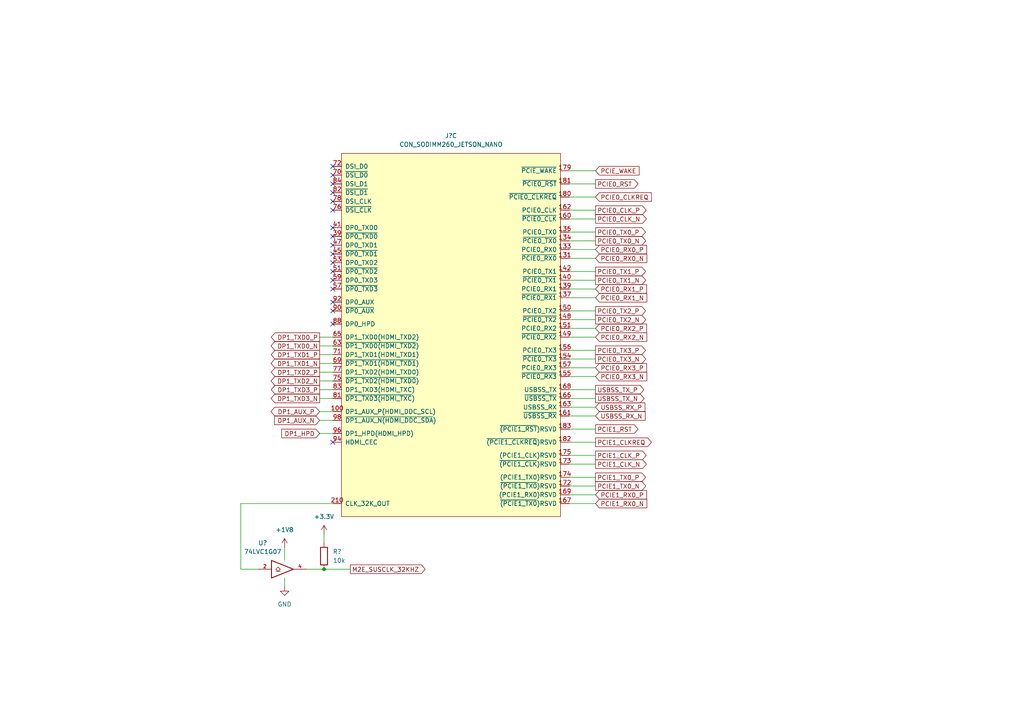
<source format=kicad_sch>
(kicad_sch (version 20211123) (generator eeschema)
  (paper "A4")
  (lib_symbols
    (symbol "74xGxx:74LVC1G07" (pin_names (offset 1.016))
      (property "Reference" "U" (at -2.54 3.81 0))
      (property "Value" "74LVC1G07" (at 0 -3.81 0))
      (symbol "74LVC1G07_0_1"
        (polyline (pts (xy -2.54 -0.635) (xy -1.27 -0.635)))
        (polyline (pts (xy -3.81 2.54) (xy -3.81 -2.54) (xy 2.54 0) (xy -3.81 2.54)) (stroke (width 0.254)))
        (polyline (pts (xy -1.905 0.635) (xy -2.54 0) (xy -1.905 -0.635) (xy -1.27 0) (xy -1.905 0.635)))
      )
      (symbol "74LVC1G07_1_1"
        (pin input line (at -7.62 0 0) (length 3.81) (name "~") (number "2"))
        (pin power_in line (at 0 -2.54 270) (length 0) hide (name "GND") (number "3"))
        (pin open_collector line (at 6.35 0 180) (length 3.81) (name "~") (number "4"))
        (pin power_in line (at 0 2.54 90) (length 0) hide (name "VCC") (number "5"))
      )
    )
    (symbol "Device:R" (pin_numbers hide) (pin_names (offset 0))
      (property "Reference" "R" (at 2.032 0 90))
      (property "Value" "R" (at 0 0 90))
      (symbol "R_0_1"
        (rectangle (start -1.016 -2.54) (end 1.016 2.54) (stroke (width 0.254)))
      )
      (symbol "R_1_1"
        (pin passive line (at 0 3.81 270) (length 1.27) (name "~") (number "1"))
        (pin passive line (at 0 -3.81 90) (length 1.27) (name "~") (number "2"))
      )
    )
    (symbol "SODIMM_Connector:CON_SODIMM260_JETSON_NANO" (pin_names (offset 1.016))
      (property "Reference" "J" (at 0 59.69 0))
      (property "Value" "CON_SODIMM260_JETSON_NANO" (at 0 55.88 0))
      (symbol "CON_SODIMM260_JETSON_NANO_1_1"
        (rectangle (start -20.32 73.66) (end 20.32 -76.2) (fill (type background)))
        (pin power_in line (at -22.86 41.91 0) (length 2.54) (name "GND") (number "1"))
        (pin input line (at 22.86 44.45 180) (length 2.54) (name "UART0_RXD") (number "101"))
        (pin input line (at 22.86 39.37 180) (length 2.54) (name "~{UART0_CTS}") (number "101"))
        (pin power_in line (at -22.86 -34.29 0) (length 2.54) (name "GND") (number "102"))
        (pin power_in line (at -22.86 -36.83 0) (length 2.54) (name "GND") (number "107"))
        (pin power_in line (at -22.86 -39.37 0) (length 2.54) (name "GND") (number "113"))
        (pin power_in line (at -22.86 -41.91 0) (length 2.54) (name "GND") (number "119"))
        (pin power_in line (at -22.86 -44.45 0) (length 2.54) (name "GND") (number "125"))
        (pin power_in line (at -22.86 -46.99 0) (length 2.54) (name "GND") (number "129"))
        (pin power_in line (at -22.86 31.75 0) (length 2.54) (name "GND") (number "13"))
        (pin power_in line (at -22.86 -49.53 0) (length 2.54) (name "GND") (number "132"))
        (pin power_in line (at -22.86 -52.07 0) (length 2.54) (name "GND") (number "135"))
        (pin power_in line (at -22.86 -54.61 0) (length 2.54) (name "GND") (number "138"))
        (pin power_in line (at -22.86 29.21 0) (length 2.54) (name "GND") (number "14"))
        (pin power_in line (at -22.86 -57.15 0) (length 2.54) (name "GND") (number "141"))
        (pin input line (at 22.86 12.7 180) (length 2.54) (name "(CAN_RX)_RSVD") (number "143"))
        (pin power_in line (at -22.86 -59.69 0) (length 2.54) (name "GND") (number "144"))
        (pin output line (at 22.86 10.16 180) (length 2.54) (name "(CAN_TX)_RSVD") (number "145"))
        (pin power_in line (at -22.86 -62.23 0) (length 2.54) (name "GND") (number "146"))
        (pin power_in line (at -22.86 -64.77 0) (length 2.54) (name "GND") (number "147"))
        (pin power_in line (at -22.86 -67.31 0) (length 2.54) (name "GND") (number "152"))
        (pin power_in line (at -22.86 -69.85 0) (length 2.54) (name "GND") (number "153"))
        (pin power_in line (at -22.86 -72.39 0) (length 2.54) (name "GND") (number "158"))
        (pin power_in line (at 22.86 -16.51 180) (length 2.54) (name "GND") (number "159"))
        (pin power_in line (at 22.86 -19.05 180) (length 2.54) (name "GND") (number "164"))
        (pin power_in line (at 22.86 -21.59 180) (length 2.54) (name "GND") (number "165"))
        (pin power_in line (at 22.86 -24.13 180) (length 2.54) (name "GND") (number "170"))
        (pin power_in line (at 22.86 -26.67 180) (length 2.54) (name "GND") (number "171"))
        (pin power_in line (at 22.86 -29.21 180) (length 2.54) (name "GND") (number "176"))
        (pin power_in line (at 22.86 -31.75 180) (length 2.54) (name "GND") (number "177"))
        (pin output line (at 22.86 5.08 180) (length 2.54) (name "~{MOD_SLEEP}") (number "178"))
        (pin bidirectional line (at 22.86 69.85 180) (length 2.54) (name "I2C0_SCL") (number "185"))
        (pin bidirectional line (at 22.86 67.31 180) (length 2.54) (name "I2C0_SDA") (number "187"))
        (pin bidirectional line (at 22.86 62.23 180) (length 2.54) (name "I2C1_SCL") (number "189"))
        (pin power_in line (at -22.86 26.67 0) (length 2.54) (name "GND") (number "19"))
        (pin bidirectional line (at 22.86 59.69 180) (length 2.54) (name "I2C1_SDA") (number "191"))
        (pin power_in line (at -22.86 39.37 0) (length 2.54) (name "GND") (number "2"))
        (pin power_in line (at -22.86 24.13 0) (length 2.54) (name "GND") (number "20"))
        (pin power_in line (at 22.86 -34.29 180) (length 2.54) (name "GND") (number "200"))
        (pin power_in line (at 22.86 -36.83 180) (length 2.54) (name "GND") (number "201"))
        (pin output line (at 22.86 34.29 180) (length 2.54) (name "UART1_TXD") (number "203"))
        (pin input line (at 22.86 31.75 180) (length 2.54) (name "UART1_RXD") (number "205"))
        (pin output line (at 22.86 29.21 180) (length 2.54) (name "~{UART1_RTS}") (number "207"))
        (pin input line (at 22.86 26.67 180) (length 2.54) (name "~{UART1_CTS}") (number "209"))
        (pin input line (at 22.86 -7.62 180) (length 2.54) (name "~{FORCE_RECOVERY}") (number "214"))
        (pin power_in line (at 22.86 -39.37 180) (length 2.54) (name "GND") (number "217"))
        (pin power_in line (at 22.86 -41.91 180) (length 2.54) (name "GND") (number "231"))
        (pin bidirectional line (at 22.86 54.61 180) (length 2.54) (name "I2C2_SCL") (number "232"))
        (pin output line (at 22.86 0 180) (length 2.54) (name "~{SHUTDOWN_REQ}") (number "233"))
        (pin bidirectional line (at 22.86 52.07 180) (length 2.54) (name "I2C2_SDA") (number "234"))
        (pin input line (at 22.86 -2.54 180) (length 2.54) (name "PMIC_BBAT") (number "235"))
        (pin output line (at 22.86 21.59 180) (length 2.54) (name "(DEBUG)_UART2_TXD") (number "236"))
        (pin input line (at 22.86 2.54 180) (length 2.54) (name "POWER_EN") (number "237"))
        (pin input line (at 22.86 19.05 180) (length 2.54) (name "(DEBUG)_UART2_RXD") (number "238"))
        (pin bidirectional line (at 22.86 -5.08 180) (length 2.54) (name "~{SYS_RESET}") (number "239"))
        (pin input line (at 22.86 -10.16 180) (length 2.54) (name "~{SLEEP/WAKE}") (number "240"))
        (pin power_in line (at 22.86 -44.45 180) (length 2.54) (name "GND") (number "241"))
        (pin power_in line (at 22.86 -46.99 180) (length 2.54) (name "GND") (number "242"))
        (pin power_in line (at 22.86 -49.53 180) (length 2.54) (name "GND") (number "243"))
        (pin power_in line (at 22.86 -52.07 180) (length 2.54) (name "GND") (number "244"))
        (pin power_in line (at 22.86 -54.61 180) (length 2.54) (name "GND") (number "245"))
        (pin power_in line (at 22.86 -57.15 180) (length 2.54) (name "GND") (number "246"))
        (pin power_in line (at 22.86 -59.69 180) (length 2.54) (name "GND") (number "247"))
        (pin power_in line (at 22.86 -62.23 180) (length 2.54) (name "GND") (number "248"))
        (pin power_in line (at 22.86 -64.77 180) (length 2.54) (name "GND") (number "249"))
        (pin power_in line (at -22.86 21.59 0) (length 2.54) (name "GND") (number "25"))
        (pin power_in line (at 22.86 -67.31 180) (length 2.54) (name "GND") (number "250"))
        (pin power_in line (at -22.86 69.85 0) (length 2.54) (name "VDD_IN") (number "251"))
        (pin power_in line (at -22.86 67.31 0) (length 2.54) (name "VDD_IN") (number "252"))
        (pin power_in line (at -22.86 64.77 0) (length 2.54) (name "VDD_IN") (number "253"))
        (pin power_in line (at -22.86 62.23 0) (length 2.54) (name "VDD_IN") (number "254"))
        (pin power_in line (at -22.86 59.69 0) (length 2.54) (name "VDD_IN") (number "255"))
        (pin power_in line (at -22.86 57.15 0) (length 2.54) (name "VDD_IN") (number "256"))
        (pin power_in line (at -22.86 54.61 0) (length 2.54) (name "VDD_IN") (number "257"))
        (pin power_in line (at -22.86 52.07 0) (length 2.54) (name "VDD_IN") (number "258"))
        (pin power_in line (at -22.86 49.53 0) (length 2.54) (name "VDD_IN") (number "259"))
        (pin power_in line (at -22.86 19.05 0) (length 2.54) (name "GND") (number "26"))
        (pin power_in line (at -22.86 46.99 0) (length 2.54) (name "VDD_IN") (number "260"))
        (pin power_in line (at 22.86 -69.85 180) (length 2.54) (name "GND") (number "261"))
        (pin power_in line (at 22.86 -72.39 180) (length 2.54) (name "GND") (number "262"))
        (pin power_in line (at -22.86 16.51 0) (length 2.54) (name "GND") (number "31"))
        (pin power_in line (at -22.86 13.97 0) (length 2.54) (name "GND") (number "32"))
        (pin power_in line (at -22.86 11.43 0) (length 2.54) (name "GND") (number "37"))
        (pin power_in line (at -22.86 8.89 0) (length 2.54) (name "GND") (number "38"))
        (pin power_in line (at -22.86 6.35 0) (length 2.54) (name "GND") (number "43"))
        (pin power_in line (at -22.86 3.81 0) (length 2.54) (name "GND") (number "44"))
        (pin power_in line (at -22.86 1.27 0) (length 2.54) (name "GND") (number "49"))
        (pin power_in line (at -22.86 -1.27 0) (length 2.54) (name "GND") (number "50"))
        (pin power_in line (at -22.86 -3.81 0) (length 2.54) (name "GND") (number "55"))
        (pin power_in line (at -22.86 -6.35 0) (length 2.54) (name "GND") (number "56"))
        (pin power_in line (at -22.86 -8.89 0) (length 2.54) (name "GND") (number "61"))
        (pin power_in line (at -22.86 -11.43 0) (length 2.54) (name "GND") (number "62"))
        (pin power_in line (at -22.86 -13.97 0) (length 2.54) (name "GND") (number "67"))
        (pin power_in line (at -22.86 -16.51 0) (length 2.54) (name "GND") (number "68"))
        (pin power_in line (at -22.86 36.83 0) (length 2.54) (name "GND") (number "7"))
        (pin power_in line (at -22.86 -19.05 0) (length 2.54) (name "GND") (number "73"))
        (pin power_in line (at -22.86 -21.59 0) (length 2.54) (name "GND") (number "74"))
        (pin power_in line (at -22.86 -24.13 0) (length 2.54) (name "GND") (number "79"))
        (pin power_in line (at -22.86 34.29 0) (length 2.54) (name "GND") (number "8"))
        (pin power_in line (at -22.86 -26.67 0) (length 2.54) (name "GND") (number "80"))
        (pin power_in line (at -22.86 -29.21 0) (length 2.54) (name "GND") (number "85"))
        (pin power_in line (at -22.86 -31.75 0) (length 2.54) (name "GND") (number "86"))
        (pin output line (at 22.86 46.99 180) (length 2.54) (name "UART0_TXD") (number "99"))
        (pin output line (at 22.86 41.91 180) (length 2.54) (name "~{UART0_RTS}") (number "99"))
      )
      (symbol "CON_SODIMM260_JETSON_NANO_2_1"
        (rectangle (start -24.13 71.12) (end 24.13 -71.12) (fill (type background)))
        (pin bidirectional line (at 26.67 54.61 180) (length 2.54) (name "~{CSI0_CLK}") (number "10"))
        (pin bidirectional line (at 26.67 -62.23 180) (length 2.54) (name "SPI1_MOSI") (number "104"))
        (pin bidirectional line (at 26.67 -57.15 180) (length 2.54) (name "SPI1_SCK") (number "106"))
        (pin bidirectional line (at 26.67 -59.69 180) (length 2.54) (name "SPI1_MISO") (number "108"))
        (pin bidirectional line (at -26.67 64.77 0) (length 2.54) (name "~{USB0_D}") (number "109"))
        (pin bidirectional line (at 26.67 40.64 180) (length 2.54) (name "CSI1_CLK(RSVD)") (number "11"))
        (pin bidirectional line (at 26.67 -64.77 180) (length 2.54) (name "~{SPI1_CS0}") (number "110"))
        (pin bidirectional line (at -26.67 67.31 0) (length 2.54) (name "USB0_D") (number "111"))
        (pin bidirectional line (at 26.67 -67.31 180) (length 2.54) (name "~{SPI1_CS1}") (number "112"))
        (pin bidirectional line (at 26.67 -27.94 180) (length 2.54) (name "CAM0_PWDN") (number "114"))
        (pin bidirectional line (at -26.67 58.42 0) (length 2.54) (name "~{USB1_D}") (number "115"))
        (pin bidirectional line (at 26.67 -25.4 180) (length 2.54) (name "CAM0_MCLK") (number "116"))
        (pin bidirectional line (at -26.67 60.96 0) (length 2.54) (name "USB1_D") (number "117"))
        (pin output line (at -26.67 -34.29 0) (length 2.54) (name "GPIO01(CLK)") (number "118"))
        (pin bidirectional line (at 26.67 57.15 180) (length 2.54) (name "CSI0_CLK") (number "12"))
        (pin bidirectional line (at 26.67 -33.02 180) (length 2.54) (name "CAM1_PWDN") (number "120"))
        (pin bidirectional line (at -26.67 52.07 0) (length 2.54) (name "~{USB2_D}") (number "121"))
        (pin bidirectional line (at 26.67 -30.48 180) (length 2.54) (name "CAM1_MCLK") (number "122"))
        (pin bidirectional line (at -26.67 54.61 0) (length 2.54) (name "USB2_D") (number "123"))
        (pin bidirectional line (at -26.67 -36.83 0) (length 2.54) (name "GPIO02") (number "124"))
        (pin bidirectional line (at -26.67 -39.37 0) (length 2.54) (name "GPIO03") (number "126"))
        (pin bidirectional line (at -26.67 -41.91 0) (length 2.54) (name "GPIO04") (number "127"))
        (pin bidirectional line (at -26.67 -44.45 0) (length 2.54) (name "GPIO05") (number "128"))
        (pin bidirectional line (at -26.67 -46.99 0) (length 2.54) (name "GPIO06") (number "130"))
        (pin bidirectional line (at 26.67 43.18 180) (length 2.54) (name "~{CSI1_D1}") (number "15"))
        (pin bidirectional line (at 26.67 59.69 180) (length 2.54) (name "~{CSI0_D1}") (number "16"))
        (pin bidirectional line (at 26.67 45.72 180) (length 2.54) (name "CSI1_D1") (number "17"))
        (pin bidirectional line (at 26.67 62.23 180) (length 2.54) (name "CSI0_D1") (number "18"))
        (pin bidirectional line (at -26.67 16.51 0) (length 2.54) (name "~{GBE_MDI0}") (number "184"))
        (pin bidirectional line (at -26.67 19.05 0) (length 2.54) (name "GBE_MDI0") (number "186"))
        (pin output line (at -26.67 24.13 0) (length 2.54) (name "GBE_LED_LINK") (number "188"))
        (pin bidirectional line (at -26.67 11.43 0) (length 2.54) (name "~{GBE_MDI1}") (number "190"))
        (pin bidirectional line (at -26.67 13.97 0) (length 2.54) (name "GBE_MDI1") (number "192"))
        (pin output line (at -26.67 48.26 0) (length 2.54) (name "I2S0_DOUT") (number "193"))
        (pin output line (at -26.67 21.59 0) (length 2.54) (name "GBE_LED_ACT") (number "194"))
        (pin input line (at -26.67 45.72 0) (length 2.54) (name "I2S0_DIN") (number "195"))
        (pin bidirectional line (at -26.67 6.35 0) (length 2.54) (name "~{GBE_MDI2}") (number "196"))
        (pin bidirectional line (at -26.67 43.18 0) (length 2.54) (name "I2S0_FS") (number "197"))
        (pin bidirectional line (at -26.67 8.89 0) (length 2.54) (name "GBE_MDI2") (number "198"))
        (pin bidirectional line (at -26.67 40.64 0) (length 2.54) (name "I2S0_SCLK") (number "199"))
        (pin bidirectional line (at -26.67 1.27 0) (length 2.54) (name "~{GBE_MDI3}") (number "202"))
        (pin bidirectional line (at -26.67 3.81 0) (length 2.54) (name "GBE_MDI3") (number "204"))
        (pin bidirectional line (at -26.67 -49.53 0) (length 2.54) (name "GPIO07(PWM)") (number "206"))
        (pin bidirectional line (at -26.67 -52.07 0) (length 2.54) (name "GPIO08(SDMMC_CD)") (number "208"))
        (pin bidirectional line (at 26.67 15.24 180) (length 2.54) (name "~{CSI3_D0}") (number "21"))
        (pin bidirectional line (at -26.67 -54.61 0) (length 2.54) (name "GPIO09(AUD_MCLK)") (number "211"))
        (pin bidirectional line (at -26.67 -57.15 0) (length 2.54) (name "GPIO10") (number "212"))
        (pin bidirectional line (at 26.67 -36.83 180) (length 2.54) (name "CAM_I2C_SCL") (number "213"))
        (pin bidirectional line (at 26.67 -39.37 180) (length 2.54) (name "CAM_I2C_SDA") (number "215"))
        (pin bidirectional line (at -26.67 -59.69 0) (length 2.54) (name "GPIO11(CLK)") (number "216"))
        (pin bidirectional line (at -26.67 -62.23 0) (length 2.54) (name "GPIO12") (number "218"))
        (pin bidirectional line (at -26.67 -3.81 0) (length 2.54) (name "SDMMC_DAT0") (number "219"))
        (pin bidirectional line (at 26.67 31.75 180) (length 2.54) (name "~{CSI2_D0}") (number "22"))
        (pin output line (at -26.67 36.83 0) (length 2.54) (name "I2S1_DOUT") (number "220"))
        (pin bidirectional line (at -26.67 -6.35 0) (length 2.54) (name "SDMMC_DAT1") (number "221"))
        (pin input line (at -26.67 34.29 0) (length 2.54) (name "I2S1_DIN") (number "222"))
        (pin bidirectional line (at -26.67 -8.89 0) (length 2.54) (name "SDMMC_DAT2") (number "223"))
        (pin bidirectional line (at -26.67 31.75 0) (length 2.54) (name "I2S1_FS") (number "224"))
        (pin bidirectional line (at -26.67 -11.43 0) (length 2.54) (name "SDMMC_DAT3") (number "225"))
        (pin bidirectional line (at -26.67 29.21 0) (length 2.54) (name "I2S1_SCLK") (number "226"))
        (pin bidirectional line (at -26.67 -13.97 0) (length 2.54) (name "SDMMC_CMD") (number "227"))
        (pin bidirectional line (at -26.67 -64.77 0) (length 2.54) (name "GPIO13(PWM)") (number "228"))
        (pin bidirectional line (at -26.67 -16.51 0) (length 2.54) (name "SDMMC_CLK") (number "229"))
        (pin bidirectional line (at 26.67 17.78 180) (length 2.54) (name "CSI3_D0") (number "23"))
        (pin bidirectional line (at -26.67 -67.31 0) (length 2.54) (name "GPIO14(PWM)") (number "230"))
        (pin bidirectional line (at 26.67 34.29 180) (length 2.54) (name "CSI2_D0") (number "24"))
        (pin bidirectional line (at 26.67 5.08 180) (length 2.54) (name "~{CSI3_CLK}") (number "27"))
        (pin bidirectional line (at 26.67 21.59 180) (length 2.54) (name "~{CSI2_CLK}") (number "28"))
        (pin bidirectional line (at 26.67 7.62 180) (length 2.54) (name "CSI3_CLK") (number "29"))
        (pin bidirectional line (at 26.67 48.26 180) (length 2.54) (name "~{CSI1_D0}") (number "3"))
        (pin bidirectional line (at 26.67 24.13 180) (length 2.54) (name "CSI2_CLK") (number "30"))
        (pin bidirectional line (at 26.67 10.16 180) (length 2.54) (name "~{CSI3_D1}") (number "33"))
        (pin bidirectional line (at 26.67 26.67 180) (length 2.54) (name "~{CSI2_D1}") (number "34"))
        (pin bidirectional line (at 26.67 12.7 180) (length 2.54) (name "CSI3_D1") (number "35"))
        (pin bidirectional line (at 26.67 29.21 180) (length 2.54) (name "CSI2_D1") (number "36"))
        (pin bidirectional line (at 26.67 64.77 180) (length 2.54) (name "~{CSI0_D0}") (number "4"))
        (pin bidirectional line (at 26.67 -1.27 180) (length 2.54) (name "~{CSI4_D2}") (number "40"))
        (pin bidirectional line (at 26.67 1.27 180) (length 2.54) (name "CSI4_D2") (number "42"))
        (pin bidirectional line (at 26.67 -6.35 180) (length 2.54) (name "~{CSI4_D0}") (number "46"))
        (pin bidirectional line (at 26.67 -3.81 180) (length 2.54) (name "CSI4_D0") (number "48"))
        (pin bidirectional line (at 26.67 50.8 180) (length 2.54) (name "CSI1_D0") (number "5"))
        (pin bidirectional line (at 26.67 -11.43 180) (length 2.54) (name "~{CSI4_CLK}") (number "52"))
        (pin bidirectional line (at 26.67 -8.89 180) (length 2.54) (name "CSI4_CLK") (number "54"))
        (pin bidirectional line (at 26.67 -16.51 180) (length 2.54) (name "~{CSI4_D1}") (number "58"))
        (pin bidirectional line (at 26.67 67.31 180) (length 2.54) (name "CSI0_D0") (number "6"))
        (pin bidirectional line (at 26.67 -13.97 180) (length 2.54) (name "CSI4_D1") (number "60"))
        (pin bidirectional line (at 26.67 -21.59 180) (length 2.54) (name "~{CSI4_D3}") (number "64"))
        (pin bidirectional line (at 26.67 -19.05 180) (length 2.54) (name "CSI4_D3") (number "66"))
        (pin output line (at -26.67 -31.75 0) (length 2.54) (name "GPIO00(USB_VBUS_EN0)") (number "87"))
        (pin bidirectional line (at 26.67 -48.26 180) (length 2.54) (name "SPI0_MOSI") (number "89"))
        (pin bidirectional line (at 26.67 38.1 180) (length 2.54) (name "~{CSI1_CLK(RSVD})") (number "9"))
        (pin bidirectional line (at 26.67 -43.18 180) (length 2.54) (name "SPI0_SCK") (number "91"))
        (pin bidirectional line (at 26.67 -45.72 180) (length 2.54) (name "SPI0_MISO") (number "93"))
        (pin bidirectional line (at 26.67 -50.8 180) (length 2.54) (name "~{SPI0_CS0}") (number "95"))
        (pin bidirectional line (at 26.67 -53.34 180) (length 2.54) (name "~{SPI0_CS1}") (number "97"))
      )
      (symbol "CON_SODIMM260_JETSON_NANO_3_1"
        (rectangle (start -31.75 53.34) (end 31.75 -52.07) (fill (type background)))
        (pin bidirectional line (at -34.29 -21.59 0) (length 2.54) (name "DP1_AUX_P(HDMI_DDC_SCL)") (number "100"))
        (pin bidirectional line (at 34.29 22.86 180) (length 2.54) (name "~{PCIE0_RX0}") (number "131"))
        (pin bidirectional line (at 34.29 25.4 180) (length 2.54) (name "PCIE0_RX0") (number "133"))
        (pin bidirectional line (at 34.29 27.94 180) (length 2.54) (name "~{PCIE0_TX0}") (number "134"))
        (pin bidirectional line (at 34.29 30.48 180) (length 2.54) (name "PCIE0_TX0") (number "136"))
        (pin bidirectional line (at 34.29 11.43 180) (length 2.54) (name "~{PCIE0_RX1}") (number "137"))
        (pin bidirectional line (at 34.29 13.97 180) (length 2.54) (name "PCIE0_RX1") (number "139"))
        (pin bidirectional line (at 34.29 16.51 180) (length 2.54) (name "~{PCIE0_TX1}") (number "140"))
        (pin bidirectional line (at 34.29 19.05 180) (length 2.54) (name "PCIE0_TX1") (number "142"))
        (pin bidirectional line (at 34.29 5.08 180) (length 2.54) (name "~{PCIE0_TX2}") (number "148"))
        (pin bidirectional line (at 34.29 0 180) (length 2.54) (name "~{PCIE0_RX2}") (number "149"))
        (pin bidirectional line (at 34.29 7.62 180) (length 2.54) (name "PCIE0_TX2") (number "150"))
        (pin bidirectional line (at 34.29 2.54 180) (length 2.54) (name "PCIE0_RX2") (number "151"))
        (pin bidirectional line (at 34.29 -6.35 180) (length 2.54) (name "~{PCIE0_TX3}") (number "154"))
        (pin bidirectional line (at 34.29 -11.43 180) (length 2.54) (name "~{PCIE0_RX3}") (number "155"))
        (pin bidirectional line (at 34.29 -3.81 180) (length 2.54) (name "PCIE0_TX3") (number "156"))
        (pin bidirectional line (at 34.29 -8.89 180) (length 2.54) (name "PCIE0_RX3") (number "157"))
        (pin bidirectional line (at 34.29 34.29 180) (length 2.54) (name "~{PCIE0_CLK}") (number "160"))
        (pin bidirectional line (at 34.29 -22.86 180) (length 2.54) (name "~{USBSS_RX}") (number "161"))
        (pin bidirectional line (at 34.29 36.83 180) (length 2.54) (name "PCIE0_CLK") (number "162"))
        (pin bidirectional line (at 34.29 -20.32 180) (length 2.54) (name "USBSS_RX") (number "163"))
        (pin bidirectional line (at 34.29 -17.78 180) (length 2.54) (name "~{USBSS_TX}") (number "166"))
        (pin bidirectional line (at 34.29 -48.26 180) (length 2.54) (name "~{(PCIE1_TX0})RSVD") (number "167"))
        (pin bidirectional line (at 34.29 -15.24 180) (length 2.54) (name "USBSS_TX") (number "168"))
        (pin bidirectional line (at 34.29 -45.72 180) (length 2.54) (name "(PCIE1_RX0)RSVD") (number "169"))
        (pin bidirectional line (at 34.29 -43.18 180) (length 2.54) (name "~{(PCIE1_TX0})RSVD") (number "172"))
        (pin bidirectional line (at 34.29 -36.83 180) (length 2.54) (name "~{(PCIE1_CLK})RSVD") (number "173"))
        (pin bidirectional line (at 34.29 -40.64 180) (length 2.54) (name "(PCIE1_TX0)RSVD") (number "174"))
        (pin bidirectional line (at 34.29 -34.29 180) (length 2.54) (name "(PCIE1_CLK)RSVD") (number "175"))
        (pin bidirectional line (at 34.29 48.26 180) (length 2.54) (name "~{PCIE_WAKE}") (number "179"))
        (pin bidirectional line (at 34.29 40.64 180) (length 2.54) (name "~{PCIE0_CLKREQ}") (number "180"))
        (pin bidirectional line (at 34.29 44.45 180) (length 2.54) (name "~{PCIE0_RST}") (number "181"))
        (pin bidirectional line (at 34.29 -30.48 180) (length 2.54) (name "~{(PCIE1_CLKREQ})RSVD") (number "182"))
        (pin bidirectional line (at 34.29 -26.67 180) (length 2.54) (name "~{(PCIE1_RST})RSVD") (number "183"))
        (pin bidirectional line (at -34.29 -48.26 0) (length 2.54) (name "CLK_32K_OUT") (number "210"))
        (pin bidirectional line (at -34.29 29.21 0) (length 2.54) (name "~{DP0_TXD0}") (number "39"))
        (pin bidirectional line (at -34.29 31.75 0) (length 2.54) (name "DP0_TXD0") (number "41"))
        (pin bidirectional line (at -34.29 24.13 0) (length 2.54) (name "~{DP0_TXD1}") (number "45"))
        (pin bidirectional line (at -34.29 26.67 0) (length 2.54) (name "DP0_TXD1") (number "47"))
        (pin bidirectional line (at -34.29 19.05 0) (length 2.54) (name "~{DP0_TXD2}") (number "51"))
        (pin bidirectional line (at -34.29 21.59 0) (length 2.54) (name "DP0_TXD2") (number "53"))
        (pin bidirectional line (at -34.29 13.97 0) (length 2.54) (name "~{DP0_TXD3}") (number "57"))
        (pin bidirectional line (at -34.29 16.51 0) (length 2.54) (name "DP0_TXD3") (number "59"))
        (pin bidirectional line (at -34.29 -2.54 0) (length 2.54) (name "~{DP1_TXD0(HDMI_TXD2})") (number "63"))
        (pin bidirectional line (at -34.29 0 0) (length 2.54) (name "DP1_TXD0(HDMI_TXD2)") (number "65"))
        (pin bidirectional line (at -34.29 -7.62 0) (length 2.54) (name "~{DP1_TXD1(HDMI_TXD1})") (number "69"))
        (pin bidirectional line (at -34.29 46.99 0) (length 2.54) (name "~{DSI_D0}") (number "70"))
        (pin bidirectional line (at -34.29 -5.08 0) (length 2.54) (name "DP1_TXD1(HDMI_TXD1)") (number "71"))
        (pin bidirectional line (at -34.29 49.53 0) (length 2.54) (name "DSI_D0") (number "72"))
        (pin bidirectional line (at -34.29 -12.7 0) (length 2.54) (name "~{DP1_TXD2(HDMI_TXD0})") (number "75"))
        (pin bidirectional line (at -34.29 36.83 0) (length 2.54) (name "~{DSI_CLK}") (number "76"))
        (pin bidirectional line (at -34.29 -10.16 0) (length 2.54) (name "DP1_TXD2(HDMI_TXD0)") (number "77"))
        (pin bidirectional line (at -34.29 39.37 0) (length 2.54) (name "DSI_CLK") (number "78"))
        (pin bidirectional line (at -34.29 -17.78 0) (length 2.54) (name "~{DP1_TXD3(HDMI_TXC})") (number "81"))
        (pin bidirectional line (at -34.29 41.91 0) (length 2.54) (name "~{DSI_D1}") (number "82"))
        (pin bidirectional line (at -34.29 -15.24 0) (length 2.54) (name "DP1_TXD3(HDMI_TXC)") (number "83"))
        (pin bidirectional line (at -34.29 44.45 0) (length 2.54) (name "DSI_D1") (number "84"))
        (pin bidirectional line (at -34.29 3.81 0) (length 2.54) (name "DP0_HPD") (number "88"))
        (pin bidirectional line (at -34.29 7.62 0) (length 2.54) (name "~{DP0_AUX}") (number "90"))
        (pin bidirectional line (at -34.29 10.16 0) (length 2.54) (name "DP0_AUX") (number "92"))
        (pin bidirectional line (at -34.29 -30.48 0) (length 2.54) (name "HDMI_CEC") (number "94"))
        (pin bidirectional line (at -34.29 -27.94 0) (length 2.54) (name "DP1_HPD(HDMI_HPD)") (number "96"))
        (pin bidirectional line (at -34.29 -24.13 0) (length 2.54) (name "~{DP1_AUX_N(HDMI_DDC_SDA})") (number "98"))
      )
    )
    (symbol "power:+1V8" (power) (pin_names (offset 0))
      (property "Value" "+1V8" (at 0 3.556 0))
      (symbol "+1V8_0_1"
        (polyline (pts (xy -0.762 1.27) (xy 0 2.54)))
        (polyline (pts (xy 0 0) (xy 0 2.54)))
        (polyline (pts (xy 0 2.54) (xy 0.762 1.27)))
      )
      (symbol "+1V8_1_1"
        (pin power_in line (at 0 0 90) (length 0) hide (name "+1V8") (number "1"))
      )
    )
    (symbol "power:+3.3V" (power) (pin_names (offset 0))
      (property "Value" "+3.3V" (at 0 3.556 0))
      (symbol "+3.3V_0_1"
        (polyline (pts (xy -0.762 1.27) (xy 0 2.54)))
        (polyline (pts (xy 0 0) (xy 0 2.54)))
        (polyline (pts (xy 0 2.54) (xy 0.762 1.27)))
      )
      (symbol "+3.3V_1_1"
        (pin power_in line (at 0 0 90) (length 0) hide (name "+3.3V") (number "1"))
      )
    )
    (symbol "power:GND" (power) (pin_names (offset 0))
      (property "Value" "GND" (at 0 -3.81 0))
      (symbol "GND_0_1"
        (polyline (pts (xy 0 0) (xy 0 -1.27) (xy 1.27 -1.27) (xy 0 -2.54) (xy -1.27 -1.27) (xy 0 -1.27)))
      )
      (symbol "GND_1_1"
        (pin power_in line (at 0 0 270) (length 0) hide (name "GND") (number "1"))
      )
    )
  )
  (junction (at 93.98 165.1))
  (no_connect (at 96.52 93.98))
  (no_connect (at 96.52 55.88))
  (no_connect (at 96.52 53.34))
  (no_connect (at 96.52 50.8))
  (no_connect (at 96.52 48.26))
  (no_connect (at 96.52 71.12))
  (no_connect (at 96.52 68.58))
  (no_connect (at 96.52 66.04))
  (no_connect (at 96.52 60.96))
  (no_connect (at 96.52 58.42))
  (no_connect (at 96.52 90.17))
  (no_connect (at 96.52 87.63))
  (no_connect (at 96.52 83.82))
  (no_connect (at 96.52 81.28))
  (no_connect (at 96.52 78.74))
  (no_connect (at 96.52 76.2))
  (no_connect (at 96.52 73.66))
  (no_connect (at 96.52 128.27))
  (wire (pts (xy 165.1 113.03) (xy 172.72 113.03)))
  (wire (pts (xy 165.1 90.17) (xy 172.72 90.17)))
  (wire (pts (xy 165.1 95.25) (xy 172.72 95.25)))
  (wire (pts (xy 96.52 146.05) (xy 69.85 146.05)))
  (wire (pts (xy 165.1 128.27) (xy 172.72 128.27)))
  (wire (pts (xy 165.1 101.6) (xy 172.72 101.6)))
  (wire (pts (xy 165.1 69.85) (xy 172.72 69.85)))
  (wire (pts (xy 165.1 86.36) (xy 172.72 86.36)))
  (wire (pts (xy 93.98 165.1) (xy 101.6 165.1)))
  (wire (pts (xy 92.71 102.87) (xy 96.52 102.87)))
  (wire (pts (xy 165.1 132.08) (xy 172.72 132.08)))
  (wire (pts (xy 92.71 119.38) (xy 96.52 119.38)))
  (wire (pts (xy 165.1 146.05) (xy 172.72 146.05)))
  (wire (pts (xy 165.1 53.34) (xy 172.72 53.34)))
  (wire (pts (xy 165.1 138.43) (xy 172.72 138.43)))
  (wire (pts (xy 82.55 167.64) (xy 82.55 170.18)))
  (wire (pts (xy 165.1 78.74) (xy 172.72 78.74)))
  (wire (pts (xy 165.1 143.51) (xy 172.72 143.51)))
  (wire (pts (xy 69.85 165.1) (xy 74.93 165.1)))
  (wire (pts (xy 93.98 154.94) (xy 93.98 157.48)))
  (wire (pts (xy 92.71 105.41) (xy 96.52 105.41)))
  (wire (pts (xy 165.1 140.97) (xy 172.72 140.97)))
  (wire (pts (xy 165.1 104.14) (xy 172.72 104.14)))
  (wire (pts (xy 165.1 81.28) (xy 172.72 81.28)))
  (wire (pts (xy 165.1 49.53) (xy 172.72 49.53)))
  (wire (pts (xy 165.1 74.93) (xy 172.72 74.93)))
  (wire (pts (xy 92.71 107.95) (xy 96.52 107.95)))
  (wire (pts (xy 165.1 63.5) (xy 172.72 63.5)))
  (wire (pts (xy 165.1 67.31) (xy 172.72 67.31)))
  (wire (pts (xy 165.1 109.22) (xy 172.72 109.22)))
  (wire (pts (xy 92.71 125.73) (xy 96.52 125.73)))
  (wire (pts (xy 92.71 113.03) (xy 96.52 113.03)))
  (wire (pts (xy 165.1 106.68) (xy 172.72 106.68)))
  (wire (pts (xy 165.1 83.82) (xy 172.72 83.82)))
  (wire (pts (xy 92.71 110.49) (xy 96.52 110.49)))
  (wire (pts (xy 92.71 97.79) (xy 96.52 97.79)))
  (wire (pts (xy 88.9 165.1) (xy 93.98 165.1)))
  (wire (pts (xy 165.1 57.15) (xy 172.72 57.15)))
  (wire (pts (xy 69.85 146.05) (xy 69.85 165.1)))
  (wire (pts (xy 82.55 158.75) (xy 82.55 162.56)))
  (wire (pts (xy 165.1 124.46) (xy 172.72 124.46)))
  (wire (pts (xy 92.71 100.33) (xy 96.52 100.33)))
  (wire (pts (xy 165.1 120.65) (xy 172.72 120.65)))
  (wire (pts (xy 165.1 72.39) (xy 172.72 72.39)))
  (wire (pts (xy 165.1 115.57) (xy 172.72 115.57)))
  (wire (pts (xy 165.1 92.71) (xy 172.72 92.71)))
  (wire (pts (xy 165.1 60.96) (xy 172.72 60.96)))
  (wire (pts (xy 165.1 97.79) (xy 172.72 97.79)))
  (wire (pts (xy 92.71 115.57) (xy 96.52 115.57)))
  (wire (pts (xy 92.71 121.92) (xy 96.52 121.92)))
  (wire (pts (xy 165.1 134.62) (xy 172.72 134.62)))
  (wire (pts (xy 165.1 118.11) (xy 172.72 118.11)))
  (global_label "M2E_SUSCLK_32KHZ" (shape output) (at 101.6 165.1 0) (property "Intersheet References" "${INTERSHEET_REFS}" (effects hide)))
  (global_label "PCIE1_TX0_N" (shape output) (at 172.72 140.97 0) (property "Intersheet References" "${INTERSHEET_REFS}" (effects hide)))
  (global_label "USBSS_RX_P" (shape input) (at 172.72 118.11 0) (property "Intersheet References" "${INTERSHEET_REFS}" (effects hide)))
  (global_label "PCIE0_RX3_N" (shape input) (at 172.72 109.22 0) (property "Intersheet References" "${INTERSHEET_REFS}" (effects hide)))
  (global_label "PCIE0_RX0_P" (shape input) (at 172.72 72.39 0) (property "Intersheet References" "${INTERSHEET_REFS}" (effects hide)))
  (global_label "DP1_TXD1_P" (shape output) (at 92.71 102.87 180) (property "Intersheet References" "${INTERSHEET_REFS}" (effects hide)))
  (global_label "PCIE0_TX3_P" (shape output) (at 172.72 101.6 0) (property "Intersheet References" "${INTERSHEET_REFS}" (effects hide)))
  (global_label "PCIE0_RX2_P" (shape input) (at 172.72 95.25 0) (property "Intersheet References" "${INTERSHEET_REFS}" (effects hide)))
  (global_label "PCIE1_CLK_N" (shape output) (at 172.72 134.62 0) (property "Intersheet References" "${INTERSHEET_REFS}" (effects hide)))
  (global_label "PCIE1_RX0_N" (shape input) (at 172.72 146.05 0) (property "Intersheet References" "${INTERSHEET_REFS}" (effects hide)))
  (global_label "USBSS_TX_N" (shape output) (at 172.72 115.57 0) (property "Intersheet References" "${INTERSHEET_REFS}" (effects hide)))
  (global_label "DP1_TXD3_P" (shape output) (at 92.71 113.03 180) (property "Intersheet References" "${INTERSHEET_REFS}" (effects hide)))
  (global_label "PCIE0_TX0_N" (shape output) (at 172.72 69.85 0) (property "Intersheet References" "${INTERSHEET_REFS}" (effects hide)))
  (global_label "DP1_TXD2_P" (shape output) (at 92.71 107.95 180) (property "Intersheet References" "${INTERSHEET_REFS}" (effects hide)))
  (global_label "DP1_HPD" (shape input) (at 92.71 125.73 180) (property "Intersheet References" "${INTERSHEET_REFS}" (effects hide)))
  (global_label "PCIE0_RX2_N" (shape input) (at 172.72 97.79 0) (property "Intersheet References" "${INTERSHEET_REFS}" (effects hide)))
  (global_label "DP1_AUX_P" (shape bidirectional) (at 92.71 119.38 180) (property "Intersheet References" "${INTERSHEET_REFS}" (effects hide)))
  (global_label "DP1_TXD3_N" (shape output) (at 92.71 115.57 180) (property "Intersheet References" "${INTERSHEET_REFS}" (effects hide)))
  (global_label "PCIE0_CLK_P" (shape output) (at 172.72 60.96 0) (property "Intersheet References" "${INTERSHEET_REFS}" (effects hide)))
  (global_label "PCIE0_TX0_P" (shape output) (at 172.72 67.31 0) (property "Intersheet References" "${INTERSHEET_REFS}" (effects hide)))
  (global_label "PCIE0_TX1_P" (shape output) (at 172.72 78.74 0) (property "Intersheet References" "${INTERSHEET_REFS}" (effects hide)))
  (global_label "DP1_TXD0_N" (shape output) (at 92.71 100.33 180) (property "Intersheet References" "${INTERSHEET_REFS}" (effects hide)))
  (global_label "DP1_TXD2_N" (shape output) (at 92.71 110.49 180) (property "Intersheet References" "${INTERSHEET_REFS}" (effects hide)))
  (global_label "PCIE0_RX3_P" (shape input) (at 172.72 106.68 0) (property "Intersheet References" "${INTERSHEET_REFS}" (effects hide)))
  (global_label "PCIE0_CLK_N" (shape output) (at 172.72 63.5 0) (property "Intersheet References" "${INTERSHEET_REFS}" (effects hide)))
  (global_label "PCIE1_TX0_P" (shape output) (at 172.72 138.43 0) (property "Intersheet References" "${INTERSHEET_REFS}" (effects hide)))
  (global_label "PCIE0_TX3_N" (shape output) (at 172.72 104.14 0) (property "Intersheet References" "${INTERSHEET_REFS}" (effects hide)))
  (global_label "PCIE0_CLKREQ" (shape input) (at 172.72 57.15 0) (property "Intersheet References" "${INTERSHEET_REFS}" (effects hide)))
  (global_label "PCIE_WAKE" (shape input) (at 172.72 49.53 0) (property "Intersheet References" "${INTERSHEET_REFS}" (effects hide)))
  (global_label "DP1_AUX_N" (shape input) (at 92.71 121.92 180) (property "Intersheet References" "${INTERSHEET_REFS}" (effects hide)))
  (global_label "DP1_TXD0_P" (shape output) (at 92.71 97.79 180) (property "Intersheet References" "${INTERSHEET_REFS}" (effects hide)))
  (global_label "PCIE0_TX1_N" (shape output) (at 172.72 81.28 0) (property "Intersheet References" "${INTERSHEET_REFS}" (effects hide)))
  (global_label "USBSS_RX_N" (shape input) (at 172.72 120.65 0) (property "Intersheet References" "${INTERSHEET_REFS}" (effects hide)))
  (global_label "PCIE0_RX1_N" (shape input) (at 172.72 86.36 0) (property "Intersheet References" "${INTERSHEET_REFS}" (effects hide)))
  (global_label "PCIE0_TX2_P" (shape output) (at 172.72 90.17 0) (property "Intersheet References" "${INTERSHEET_REFS}" (effects hide)))
  (global_label "DP1_TXD1_N" (shape output) (at 92.71 105.41 180) (property "Intersheet References" "${INTERSHEET_REFS}" (effects hide)))
  (global_label "PCIE1_CLKREQ" (shape output) (at 172.72 128.27 0) (property "Intersheet References" "${INTERSHEET_REFS}" (effects hide)))
  (global_label "PCIE1_RX0_P" (shape input) (at 172.72 143.51 0) (property "Intersheet References" "${INTERSHEET_REFS}" (effects hide)))
  (global_label "PCIE1_CLK_P" (shape output) (at 172.72 132.08 0) (property "Intersheet References" "${INTERSHEET_REFS}" (effects hide)))
  (global_label "PCIE1_RST" (shape output) (at 172.72 124.46 0) (property "Intersheet References" "${INTERSHEET_REFS}" (effects hide)))
  (global_label "PCIE0_RX0_N" (shape input) (at 172.72 74.93 0) (property "Intersheet References" "${INTERSHEET_REFS}" (effects hide)))
  (global_label "USBSS_TX_P" (shape output) (at 172.72 113.03 0) (property "Intersheet References" "${INTERSHEET_REFS}" (effects hide)))
  (global_label "PCIE0_RST" (shape output) (at 172.72 53.34 0) (property "Intersheet References" "${INTERSHEET_REFS}" (effects hide)))
  (global_label "PCIE0_TX2_N" (shape output) (at 172.72 92.71 0) (property "Intersheet References" "${INTERSHEET_REFS}" (effects hide)))
  (global_label "PCIE0_RX1_P" (shape input) (at 172.72 83.82 0) (property "Intersheet References" "${INTERSHEET_REFS}" (effects hide)))
  (symbol (lib_id "SODIMM_Connector:CON_SODIMM260_JETSON_NANO") (at 130.81 97.79 0) (unit 3)
    (property "Reference" "J?" (at 130.81 39.37 0))
    (property "Value" "CON_SODIMM260_JETSON_NANO" (at 130.81 41.91 0))
  )
  (symbol (lib_id "power:+3.3V") (at 93.98 154.94 0) (unit 1)
    (property "Reference" "#PWR?" (effects hide))
    (property "Value" "+3.3V" (at 93.98 149.86 0))
  )
  (symbol (lib_id "74xGxx:74LVC1G07") (at 82.55 165.1 0) (unit 1)
    (property "Reference" "U?" (at 76.2 157.48 0))
    (property "Value" "74LVC1G07" (at 76.2 160.02 0))
    (property "Datasheet" "http://www.ti.com/lit/sg/scyt129e/scyt129e.pdf" (effects hide))
  )
  (symbol (lib_id "Device:R") (at 93.98 161.29 0) (unit 1)
    (property "Reference" "R?" (at 96.52 160.0199 0) (effects (justify left)))
    (property "Value" "10k" (at 96.52 162.5599 0) (effects (justify left)))
  )
  (symbol (lib_id "power:+1V8") (at 82.55 158.75 0) (unit 1)
    (property "Reference" "#PWR?" (effects hide))
    (property "Value" "+1V8" (at 82.55 153.67 0))
  )
  (symbol (lib_id "power:GND") (at 82.55 170.18 0) (unit 1)
    (property "Reference" "#PWR?" (effects hide))
    (property "Value" "GND" (at 82.55 175.26 0))
  )
)
</source>
